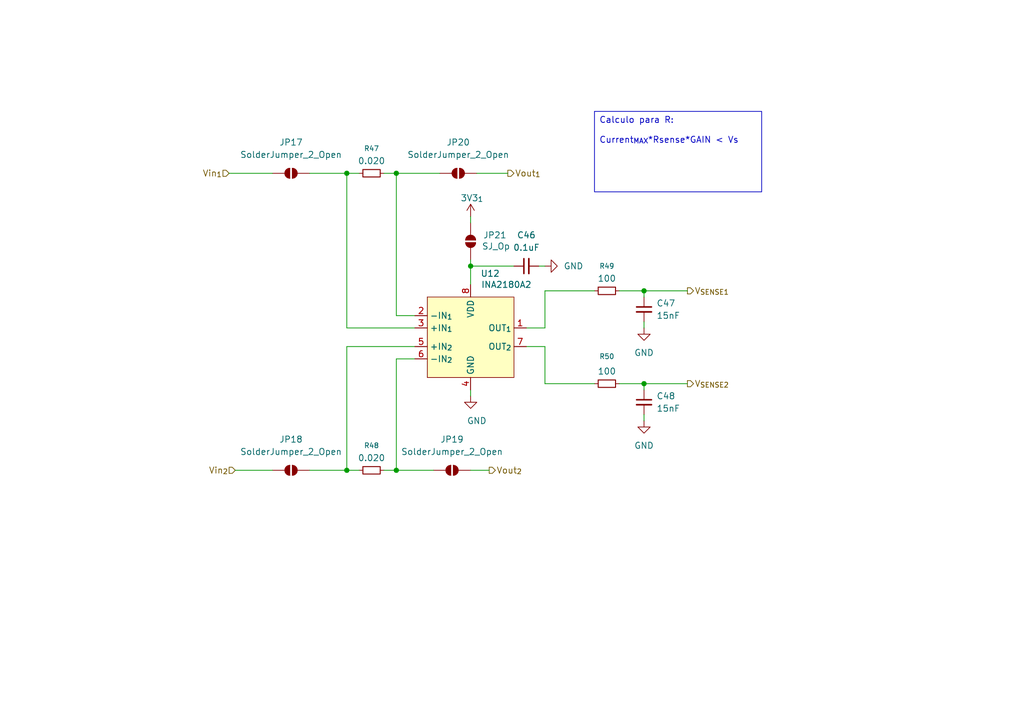
<source format=kicad_sch>
(kicad_sch (version 20250114) (generator "eeschema") (generator_version "9.0")
  (paper "A5")
  (lib_symbols
    (symbol "CompVuelo:INA2180"
      (property "Reference" "U" (at -8.382 9.398 0))
      (property "Value" "INA2180" (at 0 0 0))
      (symbol "INA2180_1_1"
        (rectangle (start -8.89 7.62) (end 8.89 -8.89) (fill (type background)))
        (pin input line (at -11.43 3.81 0) (length 2.54) (name "-IN_{1}") (number "2"))
        (pin input line (at -11.43 1.27 0) (length 2.54) (name "+IN_{1}") (number "3"))
        (pin input line (at -11.43 -2.54 0) (length 2.54) (name "+IN_{2}") (number "5"))
        (pin input line (at -11.43 -5.08 0) (length 2.54) (name "-IN_{2}") (number "6"))
        (pin power_in line (at 0 10.16 270) (length 2.54) (name "VDD") (number "8"))
        (pin passive line (at 0 -11.43 90) (length 2.54) (name "GND") (number "4"))
        (pin output line (at 11.43 1.27 180) (length 2.54) (name "OUT_{1}") (number "1"))
        (pin output line (at 11.43 -2.54 180) (length 2.54) (name "OUT_{2}") (number "7"))
      )
    )
    (symbol "Device:C_Small" (pin_numbers (hide yes)) (pin_names (offset 0.254) (hide yes))
      (property "Reference" "C" (at 0.254 1.778 0))
      (property "Value" "C_Small" (at 0.254 -2.032 0))
      (symbol "C_Small_0_1"
        (polyline (pts (xy -1.524 0.508) (xy 1.524 0.508)) (stroke (width 0.3048)))
        (polyline (pts (xy -1.524 -0.508) (xy 1.524 -0.508)) (stroke (width 0.3302)))
      )
      (symbol "C_Small_1_1"
        (pin passive line (at 0 2.54 270) (length 2.032) (name "~") (number "1"))
        (pin passive line (at 0 -2.54 90) (length 2.032) (name "~") (number "2"))
      )
    )
    (symbol "Device:R_Small" (pin_numbers (hide yes)) (pin_names (offset 0.254) (hide yes))
      (property "Reference" "R" (at 0 0 90))
      (property "Value" "R_Small" (at 1.778 0 90))
      (symbol "R_Small_0_1"
        (rectangle (start -0.762 1.778) (end 0.762 -1.778) (stroke (width 0.2032)))
      )
      (symbol "R_Small_1_1"
        (pin passive line (at 0 2.54 270) (length 0.762) (name "~") (number "1"))
        (pin passive line (at 0 -2.54 90) (length 0.762) (name "~") (number "2"))
      )
    )
    (symbol "Jumper:SolderJumper_2_Open" (pin_numbers (hide yes)) (pin_names (offset 0) (hide yes)) (in_bom no)
      (property "Reference" "JP" (at 0 2.032 0))
      (property "Value" "SolderJumper_2_Open" (at 0 -2.54 0))
      (symbol "SolderJumper_2_Open_0_1"
        (polyline (pts (xy -0.254 1.016) (xy -0.254 -1.016)))
        (arc (start -0.254 -1.016) (mid -1.2656 0) (end -0.254 1.016))
        (arc (start -0.254 -1.016) (mid -1.2656 0) (end -0.254 1.016) (fill (type outline)))
        (arc (start 0.254 1.016) (mid 1.2656 0) (end 0.254 -1.016))
        (arc (start 0.254 1.016) (mid 1.2656 0) (end 0.254 -1.016) (fill (type outline)))
        (polyline (pts (xy 0.254 1.016) (xy 0.254 -1.016)))
      )
      (symbol "SolderJumper_2_Open_1_1"
        (pin passive line (at -3.81 0 0) (length 2.54) (name "A") (number "1"))
        (pin passive line (at 3.81 0 180) (length 2.54) (name "B") (number "2"))
      )
    )
    (symbol "power:+7.5V" (power) (pin_numbers (hide yes)) (pin_names (offset 0) (hide yes))
      (property "Value" "+7.5V" (at 0 3.556 0))
      (symbol "+7.5V_0_1"
        (polyline (pts (xy -0.762 1.27) (xy 0 2.54)))
        (polyline (pts (xy 0 2.54) (xy 0.762 1.27)))
        (polyline (pts (xy 0 0) (xy 0 2.54)))
      )
      (symbol "+7.5V_1_1"
        (pin power_in line (at 0 0 90) (length 0) (name "~") (number "1"))
      )
    )
    (symbol "power:GND" (power) (pin_numbers (hide yes)) (pin_names (offset 0) (hide yes))
      (property "Value" "GND" (at 0 -3.81 0))
      (symbol "GND_0_1"
        (polyline (pts (xy 0 0) (xy 0 -1.27) (xy 1.27 -1.27) (xy 0 -2.54) (xy -1.27 -1.27) (xy 0 -1.27)))
      )
      (symbol "GND_1_1"
        (pin power_in line (at 0 0 270) (length 0) (name "~") (number "1"))
      )
    )
  )
  (text_box "Calculo para R:\n\nCurrent_{MAX}*Rsense*GAIN < Vs\n" (at 121.92 22.86 0) (size 34.29 16.51) (margins 0.9525 0.9525 0.9525 0.9525) (effects (font (size 1.27 1.27)) (justify left top)))
  (junction (at 71.12 35.56))
  (junction (at 132.08 78.74))
  (junction (at 71.12 96.52))
  (junction (at 96.52 54.61))
  (junction (at 81.28 35.56))
  (junction (at 132.08 59.69))
  (junction (at 81.28 96.52))
  (wire (pts (xy 97.79 35.56) (xy 104.14 35.56)))
  (wire (pts (xy 105.41 54.61) (xy 96.52 54.61)))
  (wire (pts (xy 127 59.69) (xy 132.08 59.69)))
  (wire (pts (xy 132.08 80.01) (xy 132.08 78.74)))
  (wire (pts (xy 111.76 54.61) (xy 110.49 54.61)))
  (wire (pts (xy 46.99 35.56) (xy 55.88 35.56)))
  (wire (pts (xy 96.52 44.45) (xy 96.52 45.72)))
  (wire (pts (xy 132.08 67.31) (xy 132.08 66.04)))
  (wire (pts (xy 111.76 59.69) (xy 111.76 67.31)))
  (wire (pts (xy 127 78.74) (xy 132.08 78.74)))
  (wire (pts (xy 78.74 96.52) (xy 81.28 96.52)))
  (wire (pts (xy 111.76 67.31) (xy 107.95 67.31)))
  (wire (pts (xy 48.26 96.52) (xy 55.88 96.52)))
  (wire (pts (xy 111.76 78.74) (xy 111.76 71.12)))
  (wire (pts (xy 85.09 64.77) (xy 81.28 64.77)))
  (wire (pts (xy 132.08 78.74) (xy 140.97 78.74)))
  (wire (pts (xy 81.28 35.56) (xy 90.17 35.56)))
  (wire (pts (xy 111.76 71.12) (xy 107.95 71.12)))
  (wire (pts (xy 81.28 73.66) (xy 85.09 73.66)))
  (wire (pts (xy 81.28 64.77) (xy 81.28 35.56)))
  (wire (pts (xy 71.12 96.52) (xy 73.66 96.52)))
  (wire (pts (xy 85.09 67.31) (xy 71.12 67.31)))
  (wire (pts (xy 96.52 96.52) (xy 100.33 96.52)))
  (wire (pts (xy 71.12 35.56) (xy 73.66 35.56)))
  (wire (pts (xy 96.52 53.34) (xy 96.52 54.61)))
  (wire (pts (xy 132.08 60.96) (xy 132.08 59.69)))
  (wire (pts (xy 63.5 35.56) (xy 71.12 35.56)))
  (wire (pts (xy 96.52 54.61) (xy 96.52 58.42)))
  (wire (pts (xy 71.12 71.12) (xy 85.09 71.12)))
  (wire (pts (xy 81.28 96.52) (xy 81.28 73.66)))
  (wire (pts (xy 111.76 78.74) (xy 121.92 78.74)))
  (wire (pts (xy 111.76 59.69) (xy 121.92 59.69)))
  (wire (pts (xy 96.52 81.28) (xy 96.52 80.01)))
  (wire (pts (xy 71.12 67.31) (xy 71.12 35.56)))
  (wire (pts (xy 81.28 96.52) (xy 88.9 96.52)))
  (wire (pts (xy 78.74 35.56) (xy 81.28 35.56)))
  (wire (pts (xy 63.5 96.52) (xy 71.12 96.52)))
  (wire (pts (xy 132.08 59.69) (xy 140.97 59.69)))
  (wire (pts (xy 132.08 86.36) (xy 132.08 85.09)))
  (wire (pts (xy 71.12 96.52) (xy 71.12 71.12)))
  (hierarchical_label "Vin_{2}" (shape input) (at 48.26 96.52 180))
  (hierarchical_label "V_{SENSE1}" (shape output) (at 140.97 59.69 0))
  (hierarchical_label "Vout_{1}" (shape output) (at 104.14 35.56 0))
  (hierarchical_label "Vin_{1}" (shape input) (at 46.99 35.56 180))
  (hierarchical_label "Vout_{2}" (shape output) (at 100.33 96.52 0))
  (hierarchical_label "V_{SENSE2}" (shape output) (at 140.97 78.74 0))
  (symbol (lib_id "power:+7.5V") (at 96.52 44.45 0) (unit 1)
    (property "Reference" "#PWR097" (effects (hide yes)))
    (property "Value" "3V3_{1}" (at 96.774 40.64 0))
    (property "Description" "Power symbol creates a global label with name \"+7.5V\"" (effects (hide yes)))
    (instances (project "SupplyBoardCompVuelo" (path "" (reference "#PWR0102") (unit 1)) (path "" (reference "#PWR097") (unit 1))))
  )
  (symbol (lib_id "Device:C_Small") (at 132.08 63.5 0) (unit 1)
    (property "Reference" "C44" (at 134.62 62.2362 0) (effects (justify left)))
    (property "Value" "15nF" (at 134.62 64.7762 0) (effects (justify left)))
    (property "Footprint" "Capacitor_SMD:C_0805_2012Metric_Pad1.18x1.45mm_HandSolder" (effects (hide yes)))
    (property "Description" "Unpolarized capacitor, small symbol" (effects (hide yes)))
    (instances (project "SupplyBoardCompVuelo" (path "" (reference "C47") (unit 1)) (path "" (reference "C44") (unit 1))))
  )
  (symbol (lib_id "Jumper:SolderJumper_2_Open") (at 59.69 35.56 0) (unit 1) (in_bom no)
    (property "Reference" "JP12" (at 59.69 29.21 0))
    (property "Value" "SolderJumper_2_Open" (at 59.69 31.75 0))
    (property "Footprint" "Jumper:SolderJumper-2_P1.3mm_Open_RoundedPad1.0x1.5mm" (effects (hide yes)))
    (property "Description" "Solder Jumper, 2-pole, open" (effects (hide yes)))
    (instances (project "SupplyBoardCompVuelo" (path "" (reference "JP17") (unit 1)) (path "" (reference "JP12") (unit 1))))
  )
  (symbol (lib_id "CompVuelo:INA2180") (at 96.52 68.58 0) (unit 1)
    (property "Reference" "U11" (at 98.552 56.134 0) (effects (justify left)))
    (property "Value" "INA2180A2" (at 98.6633 58.42 0) (effects (justify left)))
    (property "Footprint" "CompVuelo:Texas_S-PDSO-G8_3x3mm_P0.65mm" (effects (hide yes)))
    (property "Datasheet" "https://www.ti.com/lit/ds/symlink/ina2180.pdf" (effects (hide yes)))
    (property "Description" "Low- and High-Side Voltage Output, Current-Sense Amplifiers" (effects (hide yes)))
    (instances (project "SupplyBoardCompVuelo" (path "" (reference "U12") (unit 1)) (path "" (reference "U11") (unit 1))))
  )
  (symbol (lib_id "Jumper:SolderJumper_2_Open") (at 93.98 35.56 0) (unit 1) (in_bom no)
    (property "Reference" "JP15" (at 93.98 29.21 0))
    (property "Value" "SolderJumper_2_Open" (at 93.98 31.75 0))
    (property "Footprint" "Jumper:SolderJumper-2_P1.3mm_Open_RoundedPad1.0x1.5mm" (effects (hide yes)))
    (property "Description" "Solder Jumper, 2-pole, open" (effects (hide yes)))
    (instances (project "SupplyBoardCompVuelo" (path "" (reference "JP20") (unit 1)) (path "" (reference "JP15") (unit 1))))
  )
  (symbol (lib_id "power:GND") (at 96.52 81.28 0) (unit 1)
    (property "Reference" "#PWR098" (effects (hide yes)))
    (property "Value" "GND" (at 97.79 86.36 0))
    (property "Description" "Power symbol creates a global label with name \"GND\" , ground" (effects (hide yes)))
    (instances (project "SupplyBoardCompVuelo" (path "" (reference "#PWR0103") (unit 1)) (path "" (reference "#PWR098") (unit 1))))
  )
  (symbol (lib_id "power:GND") (at 132.08 86.36 0) (unit 1)
    (property "Reference" "#PWR0101" (effects (hide yes)))
    (property "Value" "GND" (at 132.08 91.44 0))
    (property "Description" "Power symbol creates a global label with name \"GND\" , ground" (effects (hide yes)))
    (instances (project "SupplyBoardCompVuelo" (path "" (reference "#PWR0106") (unit 1)) (path "" (reference "#PWR0101") (unit 1))))
  )
  (symbol (lib_id "Device:R_Small") (at 76.2 35.56 90) (unit 1)
    (property "Reference" "R43" (at 76.2 30.48 90) (effects (font (size 1.016 1.016))))
    (property "Value" "0.020" (at 76.2 33.02 90))
    (property "Footprint" "Resistor_SMD:R_1206_3216Metric_Pad1.30x1.75mm_HandSolder" (effects (hide yes)))
    (property "Description" "Resistor, small symbol" (effects (hide yes)))
    (instances (project "SupplyBoardCompVuelo" (path "" (reference "R47") (unit 1)) (path "" (reference "R43") (unit 1))))
  )
  (symbol (lib_id "Jumper:SolderJumper_2_Open") (at 59.69 96.52 0) (unit 1) (in_bom no)
    (property "Reference" "JP13" (at 59.69 90.17 0))
    (property "Value" "SolderJumper_2_Open" (at 59.69 92.71 0))
    (property "Footprint" "Jumper:SolderJumper-2_P1.3mm_Open_RoundedPad1.0x1.5mm" (effects (hide yes)))
    (property "Description" "Solder Jumper, 2-pole, open" (effects (hide yes)))
    (instances (project "SupplyBoardCompVuelo" (path "" (reference "JP18") (unit 1)) (path "" (reference "JP13") (unit 1))))
  )
  (symbol (lib_id "Device:C_Small") (at 107.95 54.61 90) (unit 1)
    (property "Reference" "C43" (at 107.9563 48.26 90))
    (property "Value" "0.1uF" (at 107.9563 50.8 90))
    (property "Footprint" "Capacitor_SMD:C_0805_2012Metric_Pad1.18x1.45mm_HandSolder" (effects (hide yes)))
    (property "Description" "Unpolarized capacitor, small symbol" (effects (hide yes)))
    (instances (project "SupplyBoardCompVuelo" (path "" (reference "C46") (unit 1)) (path "" (reference "C43") (unit 1))))
  )
  (symbol (lib_id "Device:R_Small") (at 76.2 96.52 90) (unit 1)
    (property "Reference" "R44" (at 76.2 91.44 90) (effects (font (size 1.016 1.016))))
    (property "Value" "0.020" (at 76.2 93.98 90))
    (property "Footprint" "Resistor_SMD:R_1206_3216Metric_Pad1.30x1.75mm_HandSolder" (effects (hide yes)))
    (property "Description" "Resistor, small symbol" (effects (hide yes)))
    (instances (project "SupplyBoardCompVuelo" (path "" (reference "R48") (unit 1)) (path "" (reference "R44") (unit 1))))
  )
  (symbol (lib_id "power:GND") (at 111.76 54.61 90) (unit 1)
    (property "Reference" "#PWR099" (effects (hide yes)))
    (property "Value" "GND" (at 115.57 54.6099 90) (effects (justify right)))
    (property "Description" "Power symbol creates a global label with name \"GND\" , ground" (effects (hide yes)))
    (instances (project "SupplyBoardCompVuelo" (path "" (reference "#PWR0104") (unit 1)) (path "" (reference "#PWR099") (unit 1))))
  )
  (symbol (lib_id "Jumper:SolderJumper_2_Open") (at 92.71 96.52 0) (unit 1) (in_bom no)
    (property "Reference" "JP14" (at 92.71 90.17 0))
    (property "Value" "SolderJumper_2_Open" (at 92.71 92.71 0))
    (property "Footprint" "Jumper:SolderJumper-2_P1.3mm_Open_RoundedPad1.0x1.5mm" (effects (hide yes)))
    (property "Description" "Solder Jumper, 2-pole, open" (effects (hide yes)))
    (instances (project "SupplyBoardCompVuelo" (path "" (reference "JP19") (unit 1)) (path "" (reference "JP14") (unit 1))))
  )
  (symbol (lib_id "Device:R_Small") (at 124.46 78.74 90) (unit 1)
    (property "Reference" "R46" (at 124.46 73.152 90) (effects (font (size 1.016 1.016))))
    (property "Value" "100" (at 124.46 76.2 90))
    (property "Footprint" "Resistor_SMD:R_0805_2012Metric_Pad1.20x1.40mm_HandSolder" (effects (hide yes)))
    (property "Description" "Resistor, small symbol" (effects (hide yes)))
    (instances (project "SupplyBoardCompVuelo" (path "" (reference "R50") (unit 1)) (path "" (reference "R46") (unit 1))))
  )
  (symbol (lib_id "Device:C_Small") (at 132.08 82.55 0) (unit 1)
    (property "Reference" "C45" (at 134.62 81.2862 0) (effects (justify left)))
    (property "Value" "15nF" (at 134.62 83.8262 0) (effects (justify left)))
    (property "Footprint" "Capacitor_SMD:C_0805_2012Metric_Pad1.18x1.45mm_HandSolder" (effects (hide yes)))
    (property "Description" "Unpolarized capacitor, small symbol" (effects (hide yes)))
    (instances (project "SupplyBoardCompVuelo" (path "" (reference "C48") (unit 1)) (path "" (reference "C45") (unit 1))))
  )
  (symbol (lib_id "Device:R_Small") (at 124.46 59.69 90) (unit 1)
    (property "Reference" "R45" (at 124.46 54.61 90) (effects (font (size 1.016 1.016))))
    (property "Value" "100" (at 124.46 57.15 90))
    (property "Footprint" "Resistor_SMD:R_0805_2012Metric_Pad1.20x1.40mm_HandSolder" (effects (hide yes)))
    (property "Description" "Resistor, small symbol" (effects (hide yes)))
    (instances (project "SupplyBoardCompVuelo" (path "" (reference "R49") (unit 1)) (path "" (reference "R45") (unit 1))))
  )
  (symbol (lib_id "power:GND") (at 132.08 67.31 0) (unit 1)
    (property "Reference" "#PWR0100" (effects (hide yes)))
    (property "Value" "GND" (at 132.08 72.39 0))
    (property "Description" "Power symbol creates a global label with name \"GND\" , ground" (effects (hide yes)))
    (instances (project "SupplyBoardCompVuelo" (path "" (reference "#PWR0105") (unit 1)) (path "" (reference "#PWR0100") (unit 1))))
  )
  (symbol (lib_id "Jumper:SolderJumper_2_Open") (at 96.52 49.53 90) (unit 1) (in_bom no)
    (property "Reference" "JP16" (at 99.06 48.2599 90) (effects (justify right)))
    (property "Value" "SJ_Op" (at 98.806 50.546 90) (effects (justify right)))
    (property "Footprint" "Jumper:SolderJumper-2_P1.3mm_Open_RoundedPad1.0x1.5mm" (effects (hide yes)))
    (property "Description" "Solder Jumper, 2-pole, open" (effects (hide yes)))
    (instances (project "SupplyBoardCompVuelo" (path "" (reference "JP21") (unit 1)) (path "" (reference "JP16") (unit 1))))
  )
)
</source>
